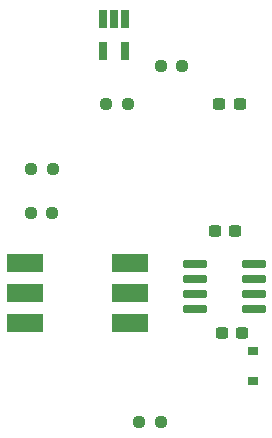
<source format=gbp>
G04 #@! TF.GenerationSoftware,KiCad,Pcbnew,6.0.5-a6ca702e91~116~ubuntu20.04.1*
G04 #@! TF.CreationDate,2022-06-20T16:09:36+05:30*
G04 #@! TF.ProjectId,BackEnd_HeavyDevice_v6,4261636b-456e-4645-9f48-656176794465,rev?*
G04 #@! TF.SameCoordinates,Original*
G04 #@! TF.FileFunction,Paste,Bot*
G04 #@! TF.FilePolarity,Positive*
%FSLAX46Y46*%
G04 Gerber Fmt 4.6, Leading zero omitted, Abs format (unit mm)*
G04 Created by KiCad (PCBNEW 6.0.5-a6ca702e91~116~ubuntu20.04.1) date 2022-06-20 16:09:36*
%MOMM*%
%LPD*%
G01*
G04 APERTURE LIST*
G04 Aperture macros list*
%AMRoundRect*
0 Rectangle with rounded corners*
0 $1 Rounding radius*
0 $2 $3 $4 $5 $6 $7 $8 $9 X,Y pos of 4 corners*
0 Add a 4 corners polygon primitive as box body*
4,1,4,$2,$3,$4,$5,$6,$7,$8,$9,$2,$3,0*
0 Add four circle primitives for the rounded corners*
1,1,$1+$1,$2,$3*
1,1,$1+$1,$4,$5*
1,1,$1+$1,$6,$7*
1,1,$1+$1,$8,$9*
0 Add four rect primitives between the rounded corners*
20,1,$1+$1,$2,$3,$4,$5,0*
20,1,$1+$1,$4,$5,$6,$7,0*
20,1,$1+$1,$6,$7,$8,$9,0*
20,1,$1+$1,$8,$9,$2,$3,0*%
G04 Aperture macros list end*
%ADD10RoundRect,0.237500X0.300000X0.237500X-0.300000X0.237500X-0.300000X-0.237500X0.300000X-0.237500X0*%
%ADD11R,0.900000X0.800000*%
%ADD12RoundRect,0.237500X0.250000X0.237500X-0.250000X0.237500X-0.250000X-0.237500X0.250000X-0.237500X0*%
%ADD13R,0.650000X1.560000*%
%ADD14R,3.100000X1.600000*%
%ADD15RoundRect,0.237500X-0.250000X-0.237500X0.250000X-0.237500X0.250000X0.237500X-0.250000X0.237500X0*%
%ADD16RoundRect,0.042000X-0.943000X-0.258000X0.943000X-0.258000X0.943000X0.258000X-0.943000X0.258000X0*%
G04 APERTURE END LIST*
D10*
X137962500Y-107300000D03*
X136237500Y-107300000D03*
D11*
X139100000Y-130770000D03*
X139100000Y-128230000D03*
D12*
X133112500Y-104100000D03*
X131287500Y-104100000D03*
X128512500Y-107300000D03*
X126687500Y-107300000D03*
X131312500Y-134200000D03*
X129487500Y-134200000D03*
D13*
X126357000Y-100124000D03*
X127307000Y-100124000D03*
X128257000Y-100124000D03*
X128257000Y-102824000D03*
X126357000Y-102824000D03*
D14*
X119776000Y-125862000D03*
X119776000Y-123322000D03*
X119776000Y-120782000D03*
X128666000Y-120782000D03*
X128666000Y-123322000D03*
X128666000Y-125862000D03*
D15*
X120287500Y-116500000D03*
X122112500Y-116500000D03*
X120342500Y-112751000D03*
X122167500Y-112751000D03*
D16*
X134200000Y-124645000D03*
X134200000Y-123375000D03*
X134200000Y-122105000D03*
X134200000Y-120835000D03*
X139150000Y-120835000D03*
X139150000Y-122105000D03*
X139150000Y-123375000D03*
X139150000Y-124645000D03*
D10*
X138162500Y-126700000D03*
X136437500Y-126700000D03*
X137588500Y-118074000D03*
X135863500Y-118074000D03*
M02*

</source>
